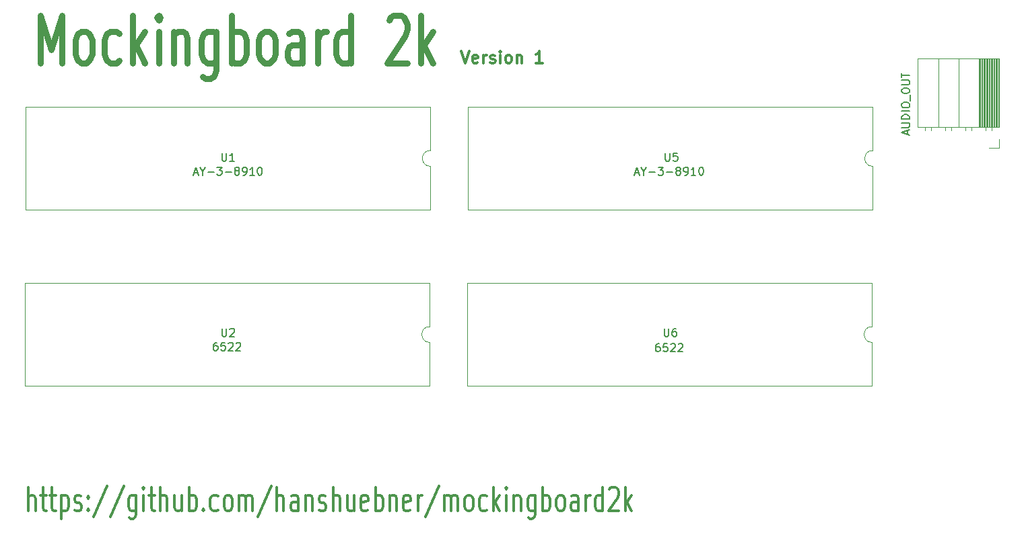
<source format=gto>
%TF.GenerationSoftware,KiCad,Pcbnew,(6.0.2-0)*%
%TF.CreationDate,2022-03-26T21:25:16+01:00*%
%TF.ProjectId,mockingboard2k,6d6f636b-696e-4676-926f-617264326b2e,0.1*%
%TF.SameCoordinates,PXc52d8a0PY889e9c0*%
%TF.FileFunction,Legend,Top*%
%TF.FilePolarity,Positive*%
%FSLAX46Y46*%
G04 Gerber Fmt 4.6, Leading zero omitted, Abs format (unit mm)*
G04 Created by KiCad (PCBNEW (6.0.2-0)) date 2022-03-26 21:25:16*
%MOMM*%
%LPD*%
G01*
G04 APERTURE LIST*
%ADD10C,0.300000*%
%ADD11C,0.750000*%
%ADD12C,0.350000*%
%ADD13C,0.150000*%
%ADD14C,0.120000*%
G04 APERTURE END LIST*
D10*
X-69730286Y70925429D02*
X-69230286Y69425429D01*
X-68730286Y70925429D01*
X-67658858Y69496858D02*
X-67801715Y69425429D01*
X-68087429Y69425429D01*
X-68230286Y69496858D01*
X-68301715Y69639715D01*
X-68301715Y70211143D01*
X-68230286Y70354000D01*
X-68087429Y70425429D01*
X-67801715Y70425429D01*
X-67658858Y70354000D01*
X-67587429Y70211143D01*
X-67587429Y70068286D01*
X-68301715Y69925429D01*
X-66944572Y69425429D02*
X-66944572Y70425429D01*
X-66944572Y70139715D02*
X-66873143Y70282572D01*
X-66801715Y70354000D01*
X-66658858Y70425429D01*
X-66516000Y70425429D01*
X-66087429Y69496858D02*
X-65944572Y69425429D01*
X-65658858Y69425429D01*
X-65516000Y69496858D01*
X-65444572Y69639715D01*
X-65444572Y69711143D01*
X-65516000Y69854000D01*
X-65658858Y69925429D01*
X-65873143Y69925429D01*
X-66016000Y69996858D01*
X-66087429Y70139715D01*
X-66087429Y70211143D01*
X-66016000Y70354000D01*
X-65873143Y70425429D01*
X-65658858Y70425429D01*
X-65516000Y70354000D01*
X-64801715Y69425429D02*
X-64801715Y70425429D01*
X-64801715Y70925429D02*
X-64873143Y70854000D01*
X-64801715Y70782572D01*
X-64730286Y70854000D01*
X-64801715Y70925429D01*
X-64801715Y70782572D01*
X-63873143Y69425429D02*
X-64016000Y69496858D01*
X-64087429Y69568286D01*
X-64158858Y69711143D01*
X-64158858Y70139715D01*
X-64087429Y70282572D01*
X-64016000Y70354000D01*
X-63873143Y70425429D01*
X-63658858Y70425429D01*
X-63516000Y70354000D01*
X-63444572Y70282572D01*
X-63373143Y70139715D01*
X-63373143Y69711143D01*
X-63444572Y69568286D01*
X-63516000Y69496858D01*
X-63658858Y69425429D01*
X-63873143Y69425429D01*
X-62730286Y70425429D02*
X-62730286Y69425429D01*
X-62730286Y70282572D02*
X-62658858Y70354000D01*
X-62516000Y70425429D01*
X-62301715Y70425429D01*
X-62158858Y70354000D01*
X-62087429Y70211143D01*
X-62087429Y69425429D01*
X-59444572Y69425429D02*
X-60301715Y69425429D01*
X-59873143Y69425429D02*
X-59873143Y70925429D01*
X-60016000Y70711143D01*
X-60158858Y70568286D01*
X-60301715Y70496858D01*
D11*
X-122639120Y69421715D02*
X-122639120Y75421715D01*
X-121305786Y71136000D01*
X-119972453Y75421715D01*
X-119972453Y69421715D01*
X-117496262Y69421715D02*
X-117877215Y69707429D01*
X-118067691Y69993143D01*
X-118258167Y70564572D01*
X-118258167Y72278858D01*
X-118067691Y72850286D01*
X-117877215Y73136000D01*
X-117496262Y73421715D01*
X-116924834Y73421715D01*
X-116543881Y73136000D01*
X-116353405Y72850286D01*
X-116162929Y72278858D01*
X-116162929Y70564572D01*
X-116353405Y69993143D01*
X-116543881Y69707429D01*
X-116924834Y69421715D01*
X-117496262Y69421715D01*
X-112734358Y69707429D02*
X-113115310Y69421715D01*
X-113877215Y69421715D01*
X-114258167Y69707429D01*
X-114448643Y69993143D01*
X-114639120Y70564572D01*
X-114639120Y72278858D01*
X-114448643Y72850286D01*
X-114258167Y73136000D01*
X-113877215Y73421715D01*
X-113115310Y73421715D01*
X-112734358Y73136000D01*
X-111020072Y69421715D02*
X-111020072Y75421715D01*
X-110639120Y71707429D02*
X-109496262Y69421715D01*
X-109496262Y73421715D02*
X-111020072Y71136000D01*
X-107781977Y69421715D02*
X-107781977Y73421715D01*
X-107781977Y75421715D02*
X-107972453Y75136000D01*
X-107781977Y74850286D01*
X-107591500Y75136000D01*
X-107781977Y75421715D01*
X-107781977Y74850286D01*
X-105877215Y73421715D02*
X-105877215Y69421715D01*
X-105877215Y72850286D02*
X-105686739Y73136000D01*
X-105305786Y73421715D01*
X-104734358Y73421715D01*
X-104353405Y73136000D01*
X-104162929Y72564572D01*
X-104162929Y69421715D01*
X-100543881Y73421715D02*
X-100543881Y68564572D01*
X-100734358Y67993143D01*
X-100924834Y67707429D01*
X-101305786Y67421715D01*
X-101877215Y67421715D01*
X-102258167Y67707429D01*
X-100543881Y69707429D02*
X-100924834Y69421715D01*
X-101686739Y69421715D01*
X-102067691Y69707429D01*
X-102258167Y69993143D01*
X-102448643Y70564572D01*
X-102448643Y72278858D01*
X-102258167Y72850286D01*
X-102067691Y73136000D01*
X-101686739Y73421715D01*
X-100924834Y73421715D01*
X-100543881Y73136000D01*
X-98639120Y69421715D02*
X-98639120Y75421715D01*
X-98639120Y73136000D02*
X-98258167Y73421715D01*
X-97496262Y73421715D01*
X-97115310Y73136000D01*
X-96924834Y72850286D01*
X-96734358Y72278858D01*
X-96734358Y70564572D01*
X-96924834Y69993143D01*
X-97115310Y69707429D01*
X-97496262Y69421715D01*
X-98258167Y69421715D01*
X-98639120Y69707429D01*
X-94448643Y69421715D02*
X-94829596Y69707429D01*
X-95020072Y69993143D01*
X-95210548Y70564572D01*
X-95210548Y72278858D01*
X-95020072Y72850286D01*
X-94829596Y73136000D01*
X-94448643Y73421715D01*
X-93877215Y73421715D01*
X-93496262Y73136000D01*
X-93305786Y72850286D01*
X-93115310Y72278858D01*
X-93115310Y70564572D01*
X-93305786Y69993143D01*
X-93496262Y69707429D01*
X-93877215Y69421715D01*
X-94448643Y69421715D01*
X-89686739Y69421715D02*
X-89686739Y72564572D01*
X-89877215Y73136000D01*
X-90258167Y73421715D01*
X-91020072Y73421715D01*
X-91401024Y73136000D01*
X-89686739Y69707429D02*
X-90067691Y69421715D01*
X-91020072Y69421715D01*
X-91401024Y69707429D01*
X-91591500Y70278858D01*
X-91591500Y70850286D01*
X-91401024Y71421715D01*
X-91020072Y71707429D01*
X-90067691Y71707429D01*
X-89686739Y71993143D01*
X-87781977Y69421715D02*
X-87781977Y73421715D01*
X-87781977Y72278858D02*
X-87591500Y72850286D01*
X-87401024Y73136000D01*
X-87020072Y73421715D01*
X-86639120Y73421715D01*
X-83591500Y69421715D02*
X-83591500Y75421715D01*
X-83591500Y69707429D02*
X-83972453Y69421715D01*
X-84734358Y69421715D01*
X-85115310Y69707429D01*
X-85305786Y69993143D01*
X-85496262Y70564572D01*
X-85496262Y72278858D01*
X-85305786Y72850286D01*
X-85115310Y73136000D01*
X-84734358Y73421715D01*
X-83972453Y73421715D01*
X-83591500Y73136000D01*
X-78829596Y74850286D02*
X-78639120Y75136000D01*
X-78258167Y75421715D01*
X-77305786Y75421715D01*
X-76924834Y75136000D01*
X-76734358Y74850286D01*
X-76543881Y74278858D01*
X-76543881Y73707429D01*
X-76734358Y72850286D01*
X-79020072Y69421715D01*
X-76543881Y69421715D01*
X-74829596Y69421715D02*
X-74829596Y75421715D01*
X-74448643Y71707429D02*
X-73305786Y69421715D01*
X-73305786Y73421715D02*
X-74829596Y71136000D01*
D12*
X-124137310Y12993858D02*
X-124137310Y15993858D01*
X-123280167Y12993858D02*
X-123280167Y14565286D01*
X-123375405Y14851000D01*
X-123565881Y14993858D01*
X-123851596Y14993858D01*
X-124042072Y14851000D01*
X-124137310Y14708143D01*
X-122613500Y14993858D02*
X-121851596Y14993858D01*
X-122327786Y15993858D02*
X-122327786Y13422429D01*
X-122232548Y13136715D01*
X-122042072Y12993858D01*
X-121851596Y12993858D01*
X-121470643Y14993858D02*
X-120708739Y14993858D01*
X-121184929Y15993858D02*
X-121184929Y13422429D01*
X-121089691Y13136715D01*
X-120899215Y12993858D01*
X-120708739Y12993858D01*
X-120042072Y14993858D02*
X-120042072Y11993858D01*
X-120042072Y14851000D02*
X-119851596Y14993858D01*
X-119470643Y14993858D01*
X-119280167Y14851000D01*
X-119184929Y14708143D01*
X-119089691Y14422429D01*
X-119089691Y13565286D01*
X-119184929Y13279572D01*
X-119280167Y13136715D01*
X-119470643Y12993858D01*
X-119851596Y12993858D01*
X-120042072Y13136715D01*
X-118327786Y13136715D02*
X-118137310Y12993858D01*
X-117756358Y12993858D01*
X-117565881Y13136715D01*
X-117470643Y13422429D01*
X-117470643Y13565286D01*
X-117565881Y13851000D01*
X-117756358Y13993858D01*
X-118042072Y13993858D01*
X-118232548Y14136715D01*
X-118327786Y14422429D01*
X-118327786Y14565286D01*
X-118232548Y14851000D01*
X-118042072Y14993858D01*
X-117756358Y14993858D01*
X-117565881Y14851000D01*
X-116613500Y13279572D02*
X-116518262Y13136715D01*
X-116613500Y12993858D01*
X-116708739Y13136715D01*
X-116613500Y13279572D01*
X-116613500Y12993858D01*
X-116613500Y14851000D02*
X-116518262Y14708143D01*
X-116613500Y14565286D01*
X-116708739Y14708143D01*
X-116613500Y14851000D01*
X-116613500Y14565286D01*
X-114232548Y16136715D02*
X-115946834Y12279572D01*
X-112137310Y16136715D02*
X-113851596Y12279572D01*
X-110613500Y14993858D02*
X-110613500Y12565286D01*
X-110708739Y12279572D01*
X-110803977Y12136715D01*
X-110994453Y11993858D01*
X-111280167Y11993858D01*
X-111470643Y12136715D01*
X-110613500Y13136715D02*
X-110803977Y12993858D01*
X-111184929Y12993858D01*
X-111375405Y13136715D01*
X-111470643Y13279572D01*
X-111565881Y13565286D01*
X-111565881Y14422429D01*
X-111470643Y14708143D01*
X-111375405Y14851000D01*
X-111184929Y14993858D01*
X-110803977Y14993858D01*
X-110613500Y14851000D01*
X-109661120Y12993858D02*
X-109661120Y14993858D01*
X-109661120Y15993858D02*
X-109756358Y15851000D01*
X-109661120Y15708143D01*
X-109565881Y15851000D01*
X-109661120Y15993858D01*
X-109661120Y15708143D01*
X-108994453Y14993858D02*
X-108232548Y14993858D01*
X-108708739Y15993858D02*
X-108708739Y13422429D01*
X-108613500Y13136715D01*
X-108423024Y12993858D01*
X-108232548Y12993858D01*
X-107565881Y12993858D02*
X-107565881Y15993858D01*
X-106708739Y12993858D02*
X-106708739Y14565286D01*
X-106803977Y14851000D01*
X-106994453Y14993858D01*
X-107280167Y14993858D01*
X-107470643Y14851000D01*
X-107565881Y14708143D01*
X-104899215Y14993858D02*
X-104899215Y12993858D01*
X-105756358Y14993858D02*
X-105756358Y13422429D01*
X-105661120Y13136715D01*
X-105470643Y12993858D01*
X-105184929Y12993858D01*
X-104994453Y13136715D01*
X-104899215Y13279572D01*
X-103946834Y12993858D02*
X-103946834Y15993858D01*
X-103946834Y14851000D02*
X-103756358Y14993858D01*
X-103375405Y14993858D01*
X-103184929Y14851000D01*
X-103089691Y14708143D01*
X-102994453Y14422429D01*
X-102994453Y13565286D01*
X-103089691Y13279572D01*
X-103184929Y13136715D01*
X-103375405Y12993858D01*
X-103756358Y12993858D01*
X-103946834Y13136715D01*
X-102137310Y13279572D02*
X-102042072Y13136715D01*
X-102137310Y12993858D01*
X-102232548Y13136715D01*
X-102137310Y13279572D01*
X-102137310Y12993858D01*
X-100327786Y13136715D02*
X-100518262Y12993858D01*
X-100899215Y12993858D01*
X-101089691Y13136715D01*
X-101184929Y13279572D01*
X-101280167Y13565286D01*
X-101280167Y14422429D01*
X-101184929Y14708143D01*
X-101089691Y14851000D01*
X-100899215Y14993858D01*
X-100518262Y14993858D01*
X-100327786Y14851000D01*
X-99184929Y12993858D02*
X-99375405Y13136715D01*
X-99470643Y13279572D01*
X-99565881Y13565286D01*
X-99565881Y14422429D01*
X-99470643Y14708143D01*
X-99375405Y14851000D01*
X-99184929Y14993858D01*
X-98899215Y14993858D01*
X-98708739Y14851000D01*
X-98613500Y14708143D01*
X-98518262Y14422429D01*
X-98518262Y13565286D01*
X-98613500Y13279572D01*
X-98708739Y13136715D01*
X-98899215Y12993858D01*
X-99184929Y12993858D01*
X-97661120Y12993858D02*
X-97661120Y14993858D01*
X-97661120Y14708143D02*
X-97565881Y14851000D01*
X-97375405Y14993858D01*
X-97089691Y14993858D01*
X-96899215Y14851000D01*
X-96803977Y14565286D01*
X-96803977Y12993858D01*
X-96803977Y14565286D02*
X-96708739Y14851000D01*
X-96518262Y14993858D01*
X-96232548Y14993858D01*
X-96042072Y14851000D01*
X-95946834Y14565286D01*
X-95946834Y12993858D01*
X-93565881Y16136715D02*
X-95280167Y12279572D01*
X-92899215Y12993858D02*
X-92899215Y15993858D01*
X-92042072Y12993858D02*
X-92042072Y14565286D01*
X-92137310Y14851000D01*
X-92327786Y14993858D01*
X-92613500Y14993858D01*
X-92803977Y14851000D01*
X-92899215Y14708143D01*
X-90232548Y12993858D02*
X-90232548Y14565286D01*
X-90327786Y14851000D01*
X-90518262Y14993858D01*
X-90899215Y14993858D01*
X-91089691Y14851000D01*
X-90232548Y13136715D02*
X-90423024Y12993858D01*
X-90899215Y12993858D01*
X-91089691Y13136715D01*
X-91184929Y13422429D01*
X-91184929Y13708143D01*
X-91089691Y13993858D01*
X-90899215Y14136715D01*
X-90423024Y14136715D01*
X-90232548Y14279572D01*
X-89280167Y14993858D02*
X-89280167Y12993858D01*
X-89280167Y14708143D02*
X-89184929Y14851000D01*
X-88994453Y14993858D01*
X-88708739Y14993858D01*
X-88518262Y14851000D01*
X-88423024Y14565286D01*
X-88423024Y12993858D01*
X-87565881Y13136715D02*
X-87375405Y12993858D01*
X-86994453Y12993858D01*
X-86803977Y13136715D01*
X-86708739Y13422429D01*
X-86708739Y13565286D01*
X-86803977Y13851000D01*
X-86994453Y13993858D01*
X-87280167Y13993858D01*
X-87470643Y14136715D01*
X-87565881Y14422429D01*
X-87565881Y14565286D01*
X-87470643Y14851000D01*
X-87280167Y14993858D01*
X-86994453Y14993858D01*
X-86803977Y14851000D01*
X-85851596Y12993858D02*
X-85851596Y15993858D01*
X-84994453Y12993858D02*
X-84994453Y14565286D01*
X-85089691Y14851000D01*
X-85280167Y14993858D01*
X-85565881Y14993858D01*
X-85756358Y14851000D01*
X-85851596Y14708143D01*
X-83184929Y14993858D02*
X-83184929Y12993858D01*
X-84042072Y14993858D02*
X-84042072Y13422429D01*
X-83946834Y13136715D01*
X-83756358Y12993858D01*
X-83470643Y12993858D01*
X-83280167Y13136715D01*
X-83184929Y13279572D01*
X-81470643Y13136715D02*
X-81661120Y12993858D01*
X-82042072Y12993858D01*
X-82232548Y13136715D01*
X-82327786Y13422429D01*
X-82327786Y14565286D01*
X-82232548Y14851000D01*
X-82042072Y14993858D01*
X-81661120Y14993858D01*
X-81470643Y14851000D01*
X-81375405Y14565286D01*
X-81375405Y14279572D01*
X-82327786Y13993858D01*
X-80518262Y12993858D02*
X-80518262Y15993858D01*
X-80518262Y14851000D02*
X-80327786Y14993858D01*
X-79946834Y14993858D01*
X-79756358Y14851000D01*
X-79661120Y14708143D01*
X-79565881Y14422429D01*
X-79565881Y13565286D01*
X-79661120Y13279572D01*
X-79756358Y13136715D01*
X-79946834Y12993858D01*
X-80327786Y12993858D01*
X-80518262Y13136715D01*
X-78708739Y14993858D02*
X-78708739Y12993858D01*
X-78708739Y14708143D02*
X-78613501Y14851000D01*
X-78423024Y14993858D01*
X-78137310Y14993858D01*
X-77946834Y14851000D01*
X-77851596Y14565286D01*
X-77851596Y12993858D01*
X-76137310Y13136715D02*
X-76327786Y12993858D01*
X-76708739Y12993858D01*
X-76899215Y13136715D01*
X-76994453Y13422429D01*
X-76994453Y14565286D01*
X-76899215Y14851000D01*
X-76708739Y14993858D01*
X-76327786Y14993858D01*
X-76137310Y14851000D01*
X-76042072Y14565286D01*
X-76042072Y14279572D01*
X-76994453Y13993858D01*
X-75184929Y12993858D02*
X-75184929Y14993858D01*
X-75184929Y14422429D02*
X-75089691Y14708143D01*
X-74994453Y14851000D01*
X-74803977Y14993858D01*
X-74613501Y14993858D01*
X-72518262Y16136715D02*
X-74232548Y12279572D01*
X-71851596Y12993858D02*
X-71851596Y14993858D01*
X-71851596Y14708143D02*
X-71756358Y14851000D01*
X-71565881Y14993858D01*
X-71280167Y14993858D01*
X-71089691Y14851000D01*
X-70994453Y14565286D01*
X-70994453Y12993858D01*
X-70994453Y14565286D02*
X-70899215Y14851000D01*
X-70708739Y14993858D01*
X-70423024Y14993858D01*
X-70232548Y14851000D01*
X-70137310Y14565286D01*
X-70137310Y12993858D01*
X-68899215Y12993858D02*
X-69089691Y13136715D01*
X-69184929Y13279572D01*
X-69280167Y13565286D01*
X-69280167Y14422429D01*
X-69184929Y14708143D01*
X-69089691Y14851000D01*
X-68899215Y14993858D01*
X-68613501Y14993858D01*
X-68423024Y14851000D01*
X-68327786Y14708143D01*
X-68232548Y14422429D01*
X-68232548Y13565286D01*
X-68327786Y13279572D01*
X-68423024Y13136715D01*
X-68613501Y12993858D01*
X-68899215Y12993858D01*
X-66518262Y13136715D02*
X-66708739Y12993858D01*
X-67089691Y12993858D01*
X-67280167Y13136715D01*
X-67375405Y13279572D01*
X-67470643Y13565286D01*
X-67470643Y14422429D01*
X-67375405Y14708143D01*
X-67280167Y14851000D01*
X-67089691Y14993858D01*
X-66708739Y14993858D01*
X-66518262Y14851000D01*
X-65661120Y12993858D02*
X-65661120Y15993858D01*
X-65470643Y14136715D02*
X-64899215Y12993858D01*
X-64899215Y14993858D02*
X-65661120Y13851000D01*
X-64042072Y12993858D02*
X-64042072Y14993858D01*
X-64042072Y15993858D02*
X-64137310Y15851000D01*
X-64042072Y15708143D01*
X-63946834Y15851000D01*
X-64042072Y15993858D01*
X-64042072Y15708143D01*
X-63089691Y14993858D02*
X-63089691Y12993858D01*
X-63089691Y14708143D02*
X-62994453Y14851000D01*
X-62803977Y14993858D01*
X-62518262Y14993858D01*
X-62327786Y14851000D01*
X-62232548Y14565286D01*
X-62232548Y12993858D01*
X-60423024Y14993858D02*
X-60423024Y12565286D01*
X-60518262Y12279572D01*
X-60613501Y12136715D01*
X-60803977Y11993858D01*
X-61089691Y11993858D01*
X-61280167Y12136715D01*
X-60423024Y13136715D02*
X-60613501Y12993858D01*
X-60994453Y12993858D01*
X-61184929Y13136715D01*
X-61280167Y13279572D01*
X-61375405Y13565286D01*
X-61375405Y14422429D01*
X-61280167Y14708143D01*
X-61184929Y14851000D01*
X-60994453Y14993858D01*
X-60613501Y14993858D01*
X-60423024Y14851000D01*
X-59470643Y12993858D02*
X-59470643Y15993858D01*
X-59470643Y14851000D02*
X-59280167Y14993858D01*
X-58899215Y14993858D01*
X-58708739Y14851000D01*
X-58613501Y14708143D01*
X-58518262Y14422429D01*
X-58518262Y13565286D01*
X-58613501Y13279572D01*
X-58708739Y13136715D01*
X-58899215Y12993858D01*
X-59280167Y12993858D01*
X-59470643Y13136715D01*
X-57375405Y12993858D02*
X-57565881Y13136715D01*
X-57661120Y13279572D01*
X-57756358Y13565286D01*
X-57756358Y14422429D01*
X-57661120Y14708143D01*
X-57565881Y14851000D01*
X-57375405Y14993858D01*
X-57089691Y14993858D01*
X-56899215Y14851000D01*
X-56803977Y14708143D01*
X-56708739Y14422429D01*
X-56708739Y13565286D01*
X-56803977Y13279572D01*
X-56899215Y13136715D01*
X-57089691Y12993858D01*
X-57375405Y12993858D01*
X-54994453Y12993858D02*
X-54994453Y14565286D01*
X-55089691Y14851000D01*
X-55280167Y14993858D01*
X-55661120Y14993858D01*
X-55851596Y14851000D01*
X-54994453Y13136715D02*
X-55184929Y12993858D01*
X-55661120Y12993858D01*
X-55851596Y13136715D01*
X-55946834Y13422429D01*
X-55946834Y13708143D01*
X-55851596Y13993858D01*
X-55661120Y14136715D01*
X-55184929Y14136715D01*
X-54994453Y14279572D01*
X-54042072Y12993858D02*
X-54042072Y14993858D01*
X-54042072Y14422429D02*
X-53946834Y14708143D01*
X-53851596Y14851000D01*
X-53661120Y14993858D01*
X-53470643Y14993858D01*
X-51946834Y12993858D02*
X-51946834Y15993858D01*
X-51946834Y13136715D02*
X-52137310Y12993858D01*
X-52518262Y12993858D01*
X-52708739Y13136715D01*
X-52803977Y13279572D01*
X-52899215Y13565286D01*
X-52899215Y14422429D01*
X-52803977Y14708143D01*
X-52708739Y14851000D01*
X-52518262Y14993858D01*
X-52137310Y14993858D01*
X-51946834Y14851000D01*
X-51089691Y15708143D02*
X-50994453Y15851000D01*
X-50803977Y15993858D01*
X-50327786Y15993858D01*
X-50137310Y15851000D01*
X-50042072Y15708143D01*
X-49946834Y15422429D01*
X-49946834Y15136715D01*
X-50042072Y14708143D01*
X-51184929Y12993858D01*
X-49946834Y12993858D01*
X-49089691Y12993858D02*
X-49089691Y15993858D01*
X-48899215Y14136715D02*
X-48327786Y12993858D01*
X-48327786Y14993858D02*
X-49089691Y13851000D01*
D13*
X-99821905Y35980620D02*
X-99821905Y35171096D01*
X-99774286Y35075858D01*
X-99726667Y35028239D01*
X-99631429Y34980620D01*
X-99440953Y34980620D01*
X-99345715Y35028239D01*
X-99298096Y35075858D01*
X-99250477Y35171096D01*
X-99250477Y35980620D01*
X-98821905Y35885381D02*
X-98774286Y35933000D01*
X-98679048Y35980620D01*
X-98440953Y35980620D01*
X-98345715Y35933000D01*
X-98298096Y35885381D01*
X-98250477Y35790143D01*
X-98250477Y35694905D01*
X-98298096Y35552048D01*
X-98869524Y34980620D01*
X-98250477Y34980620D01*
X-100425096Y34202620D02*
X-100615572Y34202620D01*
X-100710810Y34155000D01*
X-100758429Y34107381D01*
X-100853667Y33964524D01*
X-100901286Y33774048D01*
X-100901286Y33393096D01*
X-100853667Y33297858D01*
X-100806048Y33250239D01*
X-100710810Y33202620D01*
X-100520334Y33202620D01*
X-100425096Y33250239D01*
X-100377477Y33297858D01*
X-100329858Y33393096D01*
X-100329858Y33631191D01*
X-100377477Y33726429D01*
X-100425096Y33774048D01*
X-100520334Y33821667D01*
X-100710810Y33821667D01*
X-100806048Y33774048D01*
X-100853667Y33726429D01*
X-100901286Y33631191D01*
X-99425096Y34202620D02*
X-99901286Y34202620D01*
X-99948905Y33726429D01*
X-99901286Y33774048D01*
X-99806048Y33821667D01*
X-99567953Y33821667D01*
X-99472715Y33774048D01*
X-99425096Y33726429D01*
X-99377477Y33631191D01*
X-99377477Y33393096D01*
X-99425096Y33297858D01*
X-99472715Y33250239D01*
X-99567953Y33202620D01*
X-99806048Y33202620D01*
X-99901286Y33250239D01*
X-99948905Y33297858D01*
X-98996524Y34107381D02*
X-98948905Y34155000D01*
X-98853667Y34202620D01*
X-98615572Y34202620D01*
X-98520334Y34155000D01*
X-98472715Y34107381D01*
X-98425096Y34012143D01*
X-98425096Y33916905D01*
X-98472715Y33774048D01*
X-99044143Y33202620D01*
X-98425096Y33202620D01*
X-98044143Y34107381D02*
X-97996524Y34155000D01*
X-97901286Y34202620D01*
X-97663191Y34202620D01*
X-97567953Y34155000D01*
X-97520334Y34107381D01*
X-97472715Y34012143D01*
X-97472715Y33916905D01*
X-97520334Y33774048D01*
X-98091762Y33202620D01*
X-97472715Y33202620D01*
X-99821905Y58078620D02*
X-99821905Y57269096D01*
X-99774286Y57173858D01*
X-99726667Y57126239D01*
X-99631429Y57078620D01*
X-99440953Y57078620D01*
X-99345715Y57126239D01*
X-99298096Y57173858D01*
X-99250477Y57269096D01*
X-99250477Y58078620D01*
X-98250477Y57078620D02*
X-98821905Y57078620D01*
X-98536191Y57078620D02*
X-98536191Y58078620D01*
X-98631429Y57935762D01*
X-98726667Y57840524D01*
X-98821905Y57792905D01*
X-103345715Y55586334D02*
X-102869524Y55586334D01*
X-103440953Y55300620D02*
X-103107620Y56300620D01*
X-102774286Y55300620D01*
X-102250477Y55776810D02*
X-102250477Y55300620D01*
X-102583810Y56300620D02*
X-102250477Y55776810D01*
X-101917143Y56300620D01*
X-101583810Y55681572D02*
X-100821905Y55681572D01*
X-100440953Y56300620D02*
X-99821905Y56300620D01*
X-100155239Y55919667D01*
X-100012381Y55919667D01*
X-99917143Y55872048D01*
X-99869524Y55824429D01*
X-99821905Y55729191D01*
X-99821905Y55491096D01*
X-99869524Y55395858D01*
X-99917143Y55348239D01*
X-100012381Y55300620D01*
X-100298096Y55300620D01*
X-100393334Y55348239D01*
X-100440953Y55395858D01*
X-99393334Y55681572D02*
X-98631429Y55681572D01*
X-98012381Y55872048D02*
X-98107620Y55919667D01*
X-98155239Y55967286D01*
X-98202858Y56062524D01*
X-98202858Y56110143D01*
X-98155239Y56205381D01*
X-98107620Y56253000D01*
X-98012381Y56300620D01*
X-97821905Y56300620D01*
X-97726667Y56253000D01*
X-97679048Y56205381D01*
X-97631429Y56110143D01*
X-97631429Y56062524D01*
X-97679048Y55967286D01*
X-97726667Y55919667D01*
X-97821905Y55872048D01*
X-98012381Y55872048D01*
X-98107620Y55824429D01*
X-98155239Y55776810D01*
X-98202858Y55681572D01*
X-98202858Y55491096D01*
X-98155239Y55395858D01*
X-98107620Y55348239D01*
X-98012381Y55300620D01*
X-97821905Y55300620D01*
X-97726667Y55348239D01*
X-97679048Y55395858D01*
X-97631429Y55491096D01*
X-97631429Y55681572D01*
X-97679048Y55776810D01*
X-97726667Y55824429D01*
X-97821905Y55872048D01*
X-97155239Y55300620D02*
X-96964762Y55300620D01*
X-96869524Y55348239D01*
X-96821905Y55395858D01*
X-96726667Y55538715D01*
X-96679048Y55729191D01*
X-96679048Y56110143D01*
X-96726667Y56205381D01*
X-96774286Y56253000D01*
X-96869524Y56300620D01*
X-97060000Y56300620D01*
X-97155239Y56253000D01*
X-97202858Y56205381D01*
X-97250477Y56110143D01*
X-97250477Y55872048D01*
X-97202858Y55776810D01*
X-97155239Y55729191D01*
X-97060000Y55681572D01*
X-96869524Y55681572D01*
X-96774286Y55729191D01*
X-96726667Y55776810D01*
X-96679048Y55872048D01*
X-95726667Y55300620D02*
X-96298096Y55300620D01*
X-96012381Y55300620D02*
X-96012381Y56300620D01*
X-96107620Y56157762D01*
X-96202858Y56062524D01*
X-96298096Y56014905D01*
X-95107620Y56300620D02*
X-95012381Y56300620D01*
X-94917143Y56253000D01*
X-94869524Y56205381D01*
X-94821905Y56110143D01*
X-94774286Y55919667D01*
X-94774286Y55681572D01*
X-94821905Y55491096D01*
X-94869524Y55395858D01*
X-94917143Y55348239D01*
X-95012381Y55300620D01*
X-95107620Y55300620D01*
X-95202858Y55348239D01*
X-95250477Y55395858D01*
X-95298096Y55491096D01*
X-95345715Y55681572D01*
X-95345715Y55919667D01*
X-95298096Y56110143D01*
X-95250477Y56205381D01*
X-95202858Y56253000D01*
X-95107620Y56300620D01*
X-13612334Y60408667D02*
X-13612334Y60884858D01*
X-13326620Y60313429D02*
X-14326620Y60646762D01*
X-13326620Y60980096D01*
X-14326620Y61313429D02*
X-13517096Y61313429D01*
X-13421858Y61361048D01*
X-13374239Y61408667D01*
X-13326620Y61503905D01*
X-13326620Y61694381D01*
X-13374239Y61789620D01*
X-13421858Y61837239D01*
X-13517096Y61884858D01*
X-14326620Y61884858D01*
X-13326620Y62361048D02*
X-14326620Y62361048D01*
X-14326620Y62599143D01*
X-14279000Y62742000D01*
X-14183762Y62837239D01*
X-14088524Y62884858D01*
X-13898048Y62932477D01*
X-13755191Y62932477D01*
X-13564715Y62884858D01*
X-13469477Y62837239D01*
X-13374239Y62742000D01*
X-13326620Y62599143D01*
X-13326620Y62361048D01*
X-13326620Y63361048D02*
X-14326620Y63361048D01*
X-14326620Y64027715D02*
X-14326620Y64218191D01*
X-14279000Y64313429D01*
X-14183762Y64408667D01*
X-13993286Y64456286D01*
X-13659953Y64456286D01*
X-13469477Y64408667D01*
X-13374239Y64313429D01*
X-13326620Y64218191D01*
X-13326620Y64027715D01*
X-13374239Y63932477D01*
X-13469477Y63837239D01*
X-13659953Y63789620D01*
X-13993286Y63789620D01*
X-14183762Y63837239D01*
X-14279000Y63932477D01*
X-14326620Y64027715D01*
X-13231381Y64646762D02*
X-13231381Y65408667D01*
X-14326620Y65837239D02*
X-14326620Y66027715D01*
X-14279000Y66122953D01*
X-14183762Y66218191D01*
X-13993286Y66265810D01*
X-13659953Y66265810D01*
X-13469477Y66218191D01*
X-13374239Y66122953D01*
X-13326620Y66027715D01*
X-13326620Y65837239D01*
X-13374239Y65742000D01*
X-13469477Y65646762D01*
X-13659953Y65599143D01*
X-13993286Y65599143D01*
X-14183762Y65646762D01*
X-14279000Y65742000D01*
X-14326620Y65837239D01*
X-14326620Y66694381D02*
X-13517096Y66694381D01*
X-13421858Y66742000D01*
X-13374239Y66789620D01*
X-13326620Y66884858D01*
X-13326620Y67075334D01*
X-13374239Y67170572D01*
X-13421858Y67218191D01*
X-13517096Y67265810D01*
X-14326620Y67265810D01*
X-14326620Y67599143D02*
X-14326620Y68170572D01*
X-13326620Y67884858D02*
X-14326620Y67884858D01*
X-44068905Y58078620D02*
X-44068905Y57269096D01*
X-44021286Y57173858D01*
X-43973667Y57126239D01*
X-43878429Y57078620D01*
X-43687953Y57078620D01*
X-43592715Y57126239D01*
X-43545096Y57173858D01*
X-43497477Y57269096D01*
X-43497477Y58078620D01*
X-42545096Y58078620D02*
X-43021286Y58078620D01*
X-43068905Y57602429D01*
X-43021286Y57650048D01*
X-42926048Y57697667D01*
X-42687953Y57697667D01*
X-42592715Y57650048D01*
X-42545096Y57602429D01*
X-42497477Y57507191D01*
X-42497477Y57269096D01*
X-42545096Y57173858D01*
X-42592715Y57126239D01*
X-42687953Y57078620D01*
X-42926048Y57078620D01*
X-43021286Y57126239D01*
X-43068905Y57173858D01*
X-47846715Y55586334D02*
X-47370524Y55586334D01*
X-47941953Y55300620D02*
X-47608620Y56300620D01*
X-47275286Y55300620D01*
X-46751477Y55776810D02*
X-46751477Y55300620D01*
X-47084810Y56300620D02*
X-46751477Y55776810D01*
X-46418143Y56300620D01*
X-46084810Y55681572D02*
X-45322905Y55681572D01*
X-44941953Y56300620D02*
X-44322905Y56300620D01*
X-44656239Y55919667D01*
X-44513381Y55919667D01*
X-44418143Y55872048D01*
X-44370524Y55824429D01*
X-44322905Y55729191D01*
X-44322905Y55491096D01*
X-44370524Y55395858D01*
X-44418143Y55348239D01*
X-44513381Y55300620D01*
X-44799096Y55300620D01*
X-44894334Y55348239D01*
X-44941953Y55395858D01*
X-43894334Y55681572D02*
X-43132429Y55681572D01*
X-42513381Y55872048D02*
X-42608620Y55919667D01*
X-42656239Y55967286D01*
X-42703858Y56062524D01*
X-42703858Y56110143D01*
X-42656239Y56205381D01*
X-42608620Y56253000D01*
X-42513381Y56300620D01*
X-42322905Y56300620D01*
X-42227667Y56253000D01*
X-42180048Y56205381D01*
X-42132429Y56110143D01*
X-42132429Y56062524D01*
X-42180048Y55967286D01*
X-42227667Y55919667D01*
X-42322905Y55872048D01*
X-42513381Y55872048D01*
X-42608620Y55824429D01*
X-42656239Y55776810D01*
X-42703858Y55681572D01*
X-42703858Y55491096D01*
X-42656239Y55395858D01*
X-42608620Y55348239D01*
X-42513381Y55300620D01*
X-42322905Y55300620D01*
X-42227667Y55348239D01*
X-42180048Y55395858D01*
X-42132429Y55491096D01*
X-42132429Y55681572D01*
X-42180048Y55776810D01*
X-42227667Y55824429D01*
X-42322905Y55872048D01*
X-41656239Y55300620D02*
X-41465762Y55300620D01*
X-41370524Y55348239D01*
X-41322905Y55395858D01*
X-41227667Y55538715D01*
X-41180048Y55729191D01*
X-41180048Y56110143D01*
X-41227667Y56205381D01*
X-41275286Y56253000D01*
X-41370524Y56300620D01*
X-41561000Y56300620D01*
X-41656239Y56253000D01*
X-41703858Y56205381D01*
X-41751477Y56110143D01*
X-41751477Y55872048D01*
X-41703858Y55776810D01*
X-41656239Y55729191D01*
X-41561000Y55681572D01*
X-41370524Y55681572D01*
X-41275286Y55729191D01*
X-41227667Y55776810D01*
X-41180048Y55872048D01*
X-40227667Y55300620D02*
X-40799096Y55300620D01*
X-40513381Y55300620D02*
X-40513381Y56300620D01*
X-40608620Y56157762D01*
X-40703858Y56062524D01*
X-40799096Y56014905D01*
X-39608620Y56300620D02*
X-39513381Y56300620D01*
X-39418143Y56253000D01*
X-39370524Y56205381D01*
X-39322905Y56110143D01*
X-39275286Y55919667D01*
X-39275286Y55681572D01*
X-39322905Y55491096D01*
X-39370524Y55395858D01*
X-39418143Y55348239D01*
X-39513381Y55300620D01*
X-39608620Y55300620D01*
X-39703858Y55348239D01*
X-39751477Y55395858D01*
X-39799096Y55491096D01*
X-39846715Y55681572D01*
X-39846715Y55919667D01*
X-39799096Y56110143D01*
X-39751477Y56205381D01*
X-39703858Y56253000D01*
X-39608620Y56300620D01*
X-44195905Y35980620D02*
X-44195905Y35171096D01*
X-44148286Y35075858D01*
X-44100667Y35028239D01*
X-44005429Y34980620D01*
X-43814953Y34980620D01*
X-43719715Y35028239D01*
X-43672096Y35075858D01*
X-43624477Y35171096D01*
X-43624477Y35980620D01*
X-42719715Y35980620D02*
X-42910191Y35980620D01*
X-43005429Y35933000D01*
X-43053048Y35885381D01*
X-43148286Y35742524D01*
X-43195905Y35552048D01*
X-43195905Y35171096D01*
X-43148286Y35075858D01*
X-43100667Y35028239D01*
X-43005429Y34980620D01*
X-42814953Y34980620D01*
X-42719715Y35028239D01*
X-42672096Y35075858D01*
X-42624477Y35171096D01*
X-42624477Y35409191D01*
X-42672096Y35504429D01*
X-42719715Y35552048D01*
X-42814953Y35599667D01*
X-43005429Y35599667D01*
X-43100667Y35552048D01*
X-43148286Y35504429D01*
X-43195905Y35409191D01*
X-44799096Y34075620D02*
X-44989572Y34075620D01*
X-45084810Y34028000D01*
X-45132429Y33980381D01*
X-45227667Y33837524D01*
X-45275286Y33647048D01*
X-45275286Y33266096D01*
X-45227667Y33170858D01*
X-45180048Y33123239D01*
X-45084810Y33075620D01*
X-44894334Y33075620D01*
X-44799096Y33123239D01*
X-44751477Y33170858D01*
X-44703858Y33266096D01*
X-44703858Y33504191D01*
X-44751477Y33599429D01*
X-44799096Y33647048D01*
X-44894334Y33694667D01*
X-45084810Y33694667D01*
X-45180048Y33647048D01*
X-45227667Y33599429D01*
X-45275286Y33504191D01*
X-43799096Y34075620D02*
X-44275286Y34075620D01*
X-44322905Y33599429D01*
X-44275286Y33647048D01*
X-44180048Y33694667D01*
X-43941953Y33694667D01*
X-43846715Y33647048D01*
X-43799096Y33599429D01*
X-43751477Y33504191D01*
X-43751477Y33266096D01*
X-43799096Y33170858D01*
X-43846715Y33123239D01*
X-43941953Y33075620D01*
X-44180048Y33075620D01*
X-44275286Y33123239D01*
X-44322905Y33170858D01*
X-43370524Y33980381D02*
X-43322905Y34028000D01*
X-43227667Y34075620D01*
X-42989572Y34075620D01*
X-42894334Y34028000D01*
X-42846715Y33980381D01*
X-42799096Y33885143D01*
X-42799096Y33789905D01*
X-42846715Y33647048D01*
X-43418143Y33075620D01*
X-42799096Y33075620D01*
X-42418143Y33980381D02*
X-42370524Y34028000D01*
X-42275286Y34075620D01*
X-42037191Y34075620D01*
X-41941953Y34028000D01*
X-41894334Y33980381D01*
X-41846715Y33885143D01*
X-41846715Y33789905D01*
X-41894334Y33647048D01*
X-42465762Y33075620D01*
X-41846715Y33075620D01*
D14*
X-124598642Y28765000D02*
X-73678642Y28765000D01*
X-73678642Y36225000D02*
X-73678642Y41685000D01*
X-73678642Y41685000D02*
X-124598642Y41685000D01*
X-124598642Y41685000D02*
X-124598642Y28765000D01*
X-73678642Y28765000D02*
X-73678642Y34225000D01*
X-73678642Y36225000D02*
G75*
G03*
X-73678642Y34225000I0J-1000000D01*
G01*
X-124525000Y63869000D02*
X-124525000Y50949000D01*
X-124525000Y50949000D02*
X-73605000Y50949000D01*
X-73605000Y58409000D02*
X-73605000Y63869000D01*
X-73605000Y63869000D02*
X-124525000Y63869000D01*
X-73605000Y50949000D02*
X-73605000Y56409000D01*
X-73605000Y58409000D02*
G75*
G03*
X-73605000Y56409000I0J-1000000D01*
G01*
X-4304710Y69952000D02*
X-4304710Y61322000D01*
X-3749000Y61322000D02*
X-3749000Y60972000D01*
X-9739000Y69952000D02*
X-9739000Y61322000D01*
X-2059000Y59862000D02*
X-2059000Y58752000D01*
X-8829000Y61322000D02*
X-8829000Y60912000D01*
X-2059000Y61322000D02*
X-12339000Y61322000D01*
X-2415190Y69952000D02*
X-2415190Y61322000D01*
X-4540900Y69952000D02*
X-4540900Y61322000D01*
X-2059000Y58752000D02*
X-3389000Y58752000D01*
X-4659000Y69952000D02*
X-4659000Y61322000D01*
X-2887570Y69952000D02*
X-2887570Y61322000D01*
X-3359950Y69952000D02*
X-3359950Y61322000D01*
X-10649000Y61322000D02*
X-10649000Y60912000D01*
X-4068520Y69952000D02*
X-4068520Y61322000D01*
X-2533285Y69952000D02*
X-2533285Y61322000D01*
X-7199000Y69952000D02*
X-7199000Y61322000D01*
X-2179000Y69952000D02*
X-2179000Y61322000D01*
X-3596140Y69952000D02*
X-3596140Y61322000D01*
X-3241855Y69952000D02*
X-3241855Y61322000D01*
X-3123760Y69952000D02*
X-3123760Y61322000D01*
X-12339000Y69952000D02*
X-12339000Y61322000D01*
X-6289000Y61322000D02*
X-6289000Y60912000D01*
X-3005665Y69952000D02*
X-3005665Y61322000D01*
X-5569000Y61322000D02*
X-5569000Y60912000D01*
X-2651380Y69952000D02*
X-2651380Y61322000D01*
X-3950425Y69952000D02*
X-3950425Y61322000D01*
X-11369000Y61322000D02*
X-11369000Y60912000D01*
X-4422805Y69952000D02*
X-4422805Y61322000D01*
X-4186615Y69952000D02*
X-4186615Y61322000D01*
X-3478045Y69952000D02*
X-3478045Y61322000D01*
X-2297095Y69952000D02*
X-2297095Y61322000D01*
X-2059000Y69952000D02*
X-2059000Y61322000D01*
X-2769475Y69952000D02*
X-2769475Y61322000D01*
X-8109000Y61322000D02*
X-8109000Y60912000D01*
X-3714235Y69952000D02*
X-3714235Y61322000D01*
X-3832330Y69952000D02*
X-3832330Y61322000D01*
X-2059000Y69952000D02*
X-12339000Y69952000D01*
X-3029000Y61322000D02*
X-3029000Y60972000D01*
X-17974000Y58404000D02*
X-17974000Y63864000D01*
X-68894000Y50944000D02*
X-17974000Y50944000D01*
X-68894000Y63864000D02*
X-68894000Y50944000D01*
X-17974000Y63864000D02*
X-68894000Y63864000D01*
X-17974000Y50944000D02*
X-17974000Y56404000D01*
X-17974000Y58404000D02*
G75*
G03*
X-17974000Y56404000I0J-1000000D01*
G01*
X-68972642Y28765000D02*
X-18052642Y28765000D01*
X-18052642Y28765000D02*
X-18052642Y34225000D01*
X-68972642Y41685000D02*
X-68972642Y28765000D01*
X-18052642Y41685000D02*
X-68972642Y41685000D01*
X-18052642Y36225000D02*
X-18052642Y41685000D01*
X-18052642Y36225000D02*
G75*
G03*
X-18052642Y34225000I0J-1000000D01*
G01*
M02*

</source>
